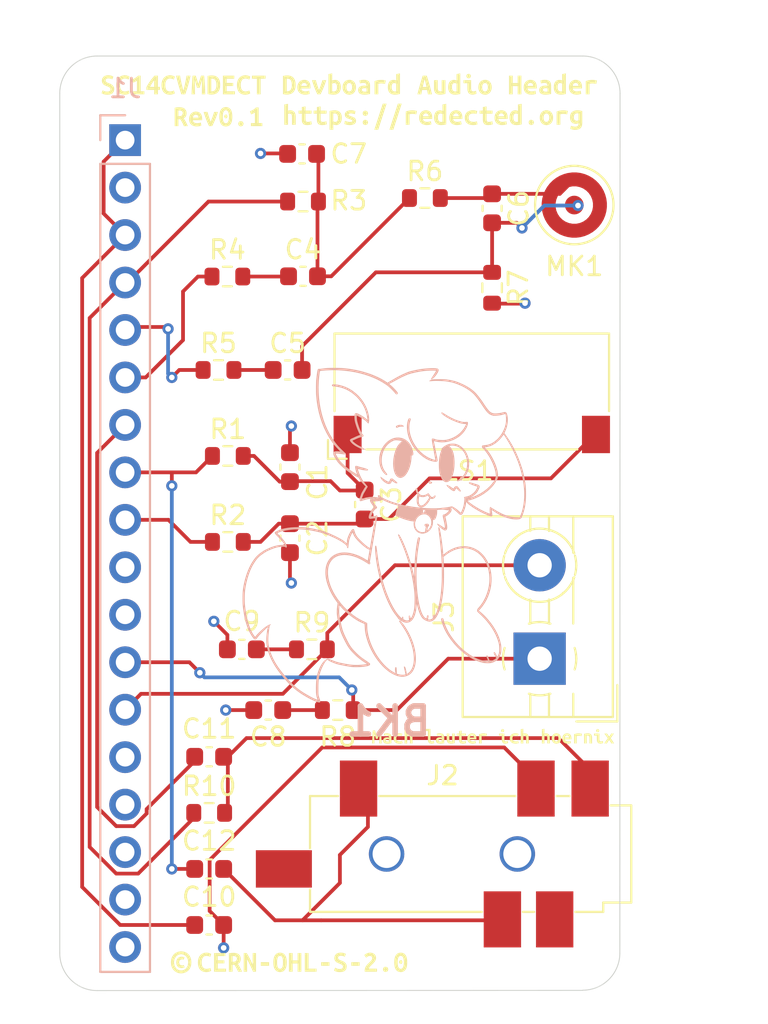
<source format=kicad_pcb>
(kicad_pcb (version 20240108) (generator "pcbnew") (generator_version "8.0")
  (title_block (title "SC14CVMDECT Devboard Audio Header") (rev "Rev0.1"))
  (layers (0 "F.Cu" signal) (1 "In1.Cu" power) (2 "In2.Cu" power) (31 "B.Cu" signal) (34 "B.Paste" user) (35 "F.Paste" user) (36 "B.SilkS" user "B.Silkscreen") (37 "F.SilkS" user "F.Silkscreen") (38 "B.Mask" user) (39 "F.Mask" user) (44 "Edge.Cuts" user))
  (net 0 "")
  (net 1 "Net-(C1-Pad2)")
  (net 2 "GND")
  (net 3 "Net-(C2-Pad2)")
  (net 4 "Net-(C4-Pad2)")
  (net 5 "Net-(C4-Pad1)")
  (net 6 "Net-(MK1-+)")
  (net 7 "Net-(C5-Pad1)")
  (net 8 "Net-(MK1--)")
  (net 11 "VCC")
  (net 12 "Net-(J1-Pin_9)")
  (net 15 "Net-(J1-Pin_8)")
  (net 17 "Net-(J1-Pin_6)")
  (net 20 "Net-(J1-Pin_5)")
  (net 21 "Net-(J1-Pin_4)")
  (net 22 "Net-(C8-Pad1)")
  (net 23 "Net-(C9-Pad2)")
  (net 24 "Net-(J1-Pin_7)")
  (net 25 "/Mic")
  (net 26 "/Left")
  (net 27 "Net-(J1-Pin_13)")
  (net 28 "Net-(J1-Pin_12)")
  (footprint "Capacitor_SMD:C_0603_1608Metric" (layer "F.Cu") (at 145.325 100.8 90)
    (property "Reference" "C2" (at 0 1.475 90) (layer "F.SilkS"))
    (property "Value" "C")
    (pad "1" smd roundrect (at -0.775 0 90) (size 0.9 0.95) (layers "F.Cu" "F.Paste" "F.Mask") (net 2 "GND"))
    (pad "2" smd roundrect (at 0.775 0 90) (size 0.9 0.95) (layers "F.Cu" "F.Paste" "F.Mask") (net 3 "Net-(C2-Pad2)"))
  )
  (footprint "kibuzzard-67A72F6B" (layer "F.Cu") (at 139.5 123.5)
    (property "Reference" "kibuzzard-67A72F6B" (hide yes))
    (property "Value" "G***" (hide yes))
  )
  (footprint "Capacitor_SMD:C_0603_1608Metric" (layer "F.Cu") (at 145.325 97 -90)
    (property "Reference" "C1" (at 0.8 -1.475 90) (layer "F.SilkS"))
    (property "Value" "C")
    (pad "1" smd roundrect (at -0.775 0 270) (size 0.9 0.95) (layers "F.Cu" "F.Paste" "F.Mask") (net 2 "GND"))
    (pad "2" smd roundrect (at 0.775 0 270) (size 0.9 0.95) (layers "F.Cu" "F.Paste" "F.Mask") (net 1 "Net-(C1-Pad2)"))
  )
  (footprint "kibuzzard-67A72E30" (layer "F.Cu") (at 148.5 76.5)
    (property "Reference" "kibuzzard-67A72E30" (hide yes))
    (property "Value" "G***" (hide yes))
  )
  (footprint "kibuzzard-67ACE384" (layer "F.Cu") (at 156.2 111.4)
    (property "Reference" "kibuzzard-67ACE384" (hide yes))
    (property "Value" "G***" (hide yes))
  )
  (footprint "custom_footprints:Speaker_CUI_CMR-15062S-67" (layer "F.Cu") (at 155.06181 93.001213)
    (property "Reference" "LS1" (at -0.2 4.2 0) (layer "F.SilkS"))
    (property "Value" "Speaker")
    (pad "1" smd rect (at -6.65 2.25 180) (size 1.5 2) (layers "F.Cu" "F.Mask") (net 1 "Net-(C1-Pad2)"))
    (pad "2" smd rect (at 6.65 2.25 180) (size 1.5 2) (layers "F.Cu" "F.Mask") (net 3 "Net-(C2-Pad2)"))
  )
  (footprint "Resistor_SMD:R_0603_1608Metric" (layer "F.Cu") (at 146.025 82.787122)
    (property "Reference" "R3" (at 2.45 -0.05 0) (layer "F.SilkS"))
    (property "Value" "1K")
    (pad "1" smd roundrect (at -0.825 0) (size 0.8 0.95) (layers "F.Cu" "F.Paste" "F.Mask") (net 21 "Net-(J1-Pin_4)"))
    (pad "2" smd roundrect (at 0.825 0) (size 0.8 0.95) (layers "F.Cu" "F.Paste" "F.Mask") (net 4 "Net-(C4-Pad2)"))
  )
  (footprint "Resistor_SMD:R_0603_1608Metric" (layer "F.Cu") (at 152.55 82.6)
    (property "Reference" "R6" (at 0 -1.43 0) (layer "F.SilkS"))
    (property "Value" "10R")
    (pad "1" smd roundrect (at -0.825 0) (size 0.8 0.95) (layers "F.Cu" "F.Paste" "F.Mask") (net 4 "Net-(C4-Pad2)"))
    (pad "2" smd roundrect (at 0.825 0) (size 0.8 0.95) (layers "F.Cu" "F.Paste" "F.Mask") (net 8 "Net-(MK1--)"))
  )
  (footprint "kibuzzard-67A7302E" (layer "F.Cu") (at 141.5 78.25)
    (property "Reference" "kibuzzard-67A7302E" (hide yes))
    (property "Value" "G***" (hide yes))
  )
  (footprint "TerminalBlock:TerminalBlock_MaiXu_MX126-5.0-02P_1x02_P5.00mm" (layer "F.Cu") (at 158.695 107.25 90)
    (property "Reference" "J3" (at 2.25 -5.12 90) (layer "F.SilkS"))
    (property "Value" "Screw_Terminal_01x02")
    (pad "1" thru_hole rect (at 0 0 90) (size 2.8 2.8) (drill 1.3) (layers "*.Cu" "*.Mask") (net 28 "Net-(J1-Pin_12)"))
    (pad "2" thru_hole circle (at 5 0 90) (size 2.8 2.8) (drill 1.3) (layers "*.Cu" "*.Mask") (net 27 "Net-(J1-Pin_13)"))
  )
  (footprint "Resistor_SMD:R_0603_1608Metric" (layer "F.Cu") (at 147.8875 110 180)
    (property "Reference" "R8" (at 0 -1.43 0) (layer "F.SilkS"))
    (property "Value" "1R")
    (pad "1" smd roundrect (at -0.825 0 180) (size 0.8 0.95) (layers "F.Cu" "F.Paste" "F.Mask") (net 28 "Net-(J1-Pin_12)"))
    (pad "2" smd roundrect (at 0.825 0 180) (size 0.8 0.95) (layers "F.Cu" "F.Paste" "F.Mask") (net 22 "Net-(C8-Pad1)"))
  )
  (footprint "Capacitor_SMD:C_0603_1608Metric" (layer "F.Cu") (at 141 112.5)
    (property "Reference" "C11" (at 0 -1.5 0) (layer "F.SilkS"))
    (property "Value" "0U1")
    (pad "1" smd roundrect (at -0.775 0) (size 0.9 0.95) (layers "F.Cu" "F.Paste" "F.Mask") (net 24 "Net-(J1-Pin_7)"))
    (pad "2" smd roundrect (at 0.775 0) (size 0.9 0.95) (layers "F.Cu" "F.Paste" "F.Mask") (net 25 "/Mic"))
  )
  (footprint "Capacitor_SMD:C_0603_1608Metric" (layer "F.Cu") (at 141 121.5)
    (property "Reference" "C10" (at 0 -1.5 0) (layer "F.SilkS"))
    (property "Value" "1U")
    (pad "1" smd roundrect (at -0.775 0) (size 0.9 0.95) (layers "F.Cu" "F.Paste" "F.Mask") (net 11 "VCC"))
    (pad "2" smd roundrect (at 0.775 0) (size 0.9 0.95) (layers "F.Cu" "F.Paste" "F.Mask") (net 2 "GND"))
  )
  (footprint "Capacitor_SMD:C_0603_1608Metric" (layer "F.Cu") (at 149.325 99 -90)
    (property "Reference" "C3" (at 0 -1.43 90) (layer "F.SilkS"))
    (property "Value" "C")
    (pad "1" smd roundrect (at -0.775 0 270) (size 0.9 0.95) (layers "F.Cu" "F.Paste" "F.Mask") (net 1 "Net-(C1-Pad2)"))
    (pad "2" smd roundrect (at 0.775 0 270) (size 0.9 0.95) (layers "F.Cu" "F.Paste" "F.Mask") (net 3 "Net-(C2-Pad2)"))
  )
  (footprint "kibuzzard-67A72F83" (layer "F.Cu") (at 153 78.25)
    (property "Reference" "kibuzzard-67A72F83" (hide yes))
    (property "Value" "G***" (hide yes))
  )
  (footprint "Resistor_SMD:R_0603_1608Metric" (layer "F.Cu") (at 156.15 87.4 90)
    (property "Reference" "R7" (at 0 1.4 90) (layer "F.SilkS"))
    (property "Value" "1K")
    (pad "1" smd roundrect (at -0.825 0 90) (size 0.8 0.95) (layers "F.Cu" "F.Paste" "F.Mask") (net 2 "GND"))
    (pad "2" smd roundrect (at 0.825 0 90) (size 0.8 0.95) (layers "F.Cu" "F.Paste" "F.Mask") (net 6 "Net-(MK1-+)"))
  )
  (footprint "Resistor_SMD:R_0603_1608Metric" (layer "F.Cu") (at 142 101)
    (property "Reference" "R2" (at 0 -1.43 0) (layer "F.SilkS"))
    (property "Value" "0R")
    (pad "1" smd roundrect (at -0.825 0) (size 0.8 0.95) (layers "F.Cu" "F.Paste" "F.Mask") (net 12 "Net-(J1-Pin_9)"))
    (pad "2" smd roundrect (at 0.825 0) (size 0.8 0.95) (layers "F.Cu" "F.Paste" "F.Mask") (net 3 "Net-(C2-Pad2)"))
  )
  (footprint "Capacitor_SMD:C_0603_1608Metric" (layer "F.Cu") (at 141 118.5 180)
    (property "Reference" "C12" (at 0 1.5 0) (layer "F.SilkS"))
    (property "Value" "1N")
    (pad "1" smd roundrect (at -0.775 0 180) (size 0.9 0.95) (layers "F.Cu" "F.Paste" "F.Mask") (net 26 "/Left"))
    (pad "2" smd roundrect (at 0.775 0 180) (size 0.9 0.95) (layers "F.Cu" "F.Paste" "F.Mask") (net 15 "Net-(J1-Pin_8)"))
  )
  (footprint "custom_footprints:Jack_3.5mm_CUI_SJ-4351X-SMT_Horizontal" (layer "F.Cu") (at 153.45 117.7 180)
    (property "Reference" "J2" (at -0.05 4.2 0) (layer "F.SilkS"))
    (property "Value" "AudioJack4")
    (pad "" np_thru_hole circle (at -4.05 0 180) (size 1.9 1.9) (drill 1.5) (layers "F&B.Cu" "*.Mask"))
    (pad "" np_thru_hole circle (at 2.95 0 180) (size 1.9 1.9) (drill 1.5) (layers "F&B.Cu" "*.Mask"))
    (pad "R1" smd rect (at -3.25 -3.5 180) (size 2 3) (layers "F.Cu" "F.Paste" "F.Mask") (net 26 "/Left"))
    (pad "R2" smd rect (at -5.05 3.5 180) (size 2 3) (layers "F.Cu" "F.Paste" "F.Mask") (net 2 "GND"))
    (pad "RS" smd rect (at -6.05 -3.5 180) (size 2 3) (layers "F.Cu" "F.Paste" "F.Mask"))
    (pad "S" smd rect (at -7.95 3.5 180) (size 2 3) (layers "F.Cu" "F.Paste" "F.Mask") (net 25 "/Mic"))
    (pad "T" smd rect (at 4.45 3.5 180) (size 2 3) (layers "F.Cu" "F.Paste" "F.Mask") (net 26 "/Left"))
    (pad "TS" smd rect (at 8.45 -0.8 270) (size 2 3) (layers "F.Cu" "F.Paste" "F.Mask"))
  )
  (footprint "Resistor_SMD:R_0603_1608Metric" (layer "F.Cu") (at 141 115.5)
    (property "Reference" "R10" (at 0 -1.43 0) (layer "F.SilkS"))
    (property "Value" "1K")
    (pad "1" smd roundrect (at -0.825 0) (size 0.8 0.95) (layers "F.Cu" "F.Paste" "F.Mask") (net 21 "Net-(J1-Pin_4)"))
    (pad "2" smd roundrect (at 0.825 0) (size 0.8 0.95) (layers "F.Cu" "F.Paste" "F.Mask") (net 25 "/Mic"))
  )
  (footprint "Capacitor_SMD:C_0603_1608Metric" (layer "F.Cu") (at 145.975 80.237122 180)
    (property "Reference" "C7" (at -2.5 0 0) (layer "F.SilkS"))
    (property "Value" "C")
    (pad "1" smd roundrect (at -0.775 0 180) (size 0.9 0.95) (layers "F.Cu" "F.Paste" "F.Mask") (net 4 "Net-(C4-Pad2)"))
    (pad "2" smd roundrect (at 0.775 0 180) (size 0.9 0.95) (layers "F.Cu" "F.Paste" "F.Mask") (net 2 "GND"))
  )
  (footprint "Capacitor_SMD:C_0603_1608Metric" (layer "F.Cu") (at 145.2 91.8)
    (property "Reference" "C5" (at 0 -1.43 0) (layer "F.SilkS"))
    (property "Value" "0U1")
    (pad "1" smd roundrect (at -0.775 0) (size 0.9 0.95) (layers "F.Cu" "F.Paste" "F.Mask") (net 7 "Net-(C5-Pad1)"))
    (pad "2" smd roundrect (at 0.775 0) (size 0.9 0.95) (layers "F.Cu" "F.Paste" "F.Mask") (net 6 "Net-(MK1-+)"))
  )
  (footprint "Resistor_SMD:R_0603_1608Metric" (layer "F.Cu") (at 141.975 86.8)
    (property "Reference" "R4" (at 0 -1.43 0) (layer "F.SilkS"))
    (property "Value" "0R")
    (pad "1" smd roundrect (at -0.825 0) (size 0.8 0.95) (layers "F.Cu" "F.Paste" "F.Mask") (net 17 "Net-(J1-Pin_6)"))
    (pad "2" smd roundrect (at 0.825 0) (size 0.8 0.95) (layers "F.Cu" "F.Paste" "F.Mask") (net 5 "Net-(C4-Pad1)"))
  )
  (footprint "Capacitor_SMD:C_0603_1608Metric" (layer "F.Cu") (at 142.75 106.75)
    (property "Reference" "C9" (at 0 -1.5 0) (layer "F.SilkS"))
    (property "Value" "1N")
    (pad "1" smd roundrect (at -0.775 0) (size 0.9 0.95) (layers "F.Cu" "F.Paste" "F.Mask") (net 2 "GND"))
    (pad "2" smd roundrect (at 0.775 0) (size 0.9 0.95) (layers "F.Cu" "F.Paste" "F.Mask") (net 23 "Net-(C9-Pad2)"))
  )
  (footprint "kibuzzard-67A72F64" (layer "F.Cu") (at 146 123.5)
    (property "Reference" "kibuzzard-67A72F64" (hide yes))
    (property "Value" "G***" (hide yes))
  )
  (footprint "Capacitor_SMD:C_0603_1608Metric" (layer "F.Cu") (at 146.025 86.787122)
    (property "Reference" "C4" (at 0 -1.43 0) (layer "F.SilkS"))
    (property "Value" "0U1")
    (pad "1" smd roundrect (at -0.775 0) (size 0.9 0.95) (layers "F.Cu" "F.Paste" "F.Mask") (net 5 "Net-(C4-Pad1)"))
    (pad "2" smd roundrect (at 0.775 0) (size 0.9 0.95) (layers "F.Cu" "F.Paste" "F.Mask") (net 4 "Net-(C4-Pad2)"))
  )
  (footprint "Sensor_Audio:CUI_CMC-4013-SMT" (layer "F.Cu") (at 160.55 82.975)
    (property "Reference" "MK1" (at 0 3.275 0) (layer "F.SilkS"))
    (property "Value" "Microphone")
    (pad "1" smd custom (at 0 -1.375) (size 0.75 0.75) (layers "F.Cu" "F.Paste" "F.Mask") (net 8 "Net-(MK1--)") (options (clearance outline) (anchor circle)) (primitives (gr_circle (center 0 1.375) (end 1.375 1.375) (width 0.75) (fill no))))
    (pad "2" smd circle (at 0 0) (size 1 1) (layers "F.Cu" "F.Paste" "F.Mask") (net 6 "Net-(MK1-+)"))
  )
  (footprint "Capacitor_SMD:C_0603_1608Metric" (layer "F.Cu") (at 144.1625 110 180)
    (property "Reference" "C8" (at 0 -1.43 0) (layer "F.SilkS"))
    (property "Value" "1N")
    (pad "1" smd roundrect (at -0.775 0 180) (size 0.9 0.95) (layers "F.Cu" "F.Paste" "F.Mask") (net 22 "Net-(C8-Pad1)"))
    (pad "2" smd roundrect (at 0.775 0 180) (size 0.9 0.95) (layers "F.Cu" "F.Paste" "F.Mask") (net 2 "GND"))
  )
  (footprint "Resistor_SMD:R_0603_1608Metric" (layer "F.Cu") (at 141.5 91.8)
    (property "Reference" "R5" (at 0 -1.43 0) (layer "F.SilkS"))
    (property "Value" "0R")
    (pad "1" smd roundrect (at -0.825 0) (size 0.8 0.95) (layers "F.Cu" "F.Paste" "F.Mask") (net 20 "Net-(J1-Pin_5)"))
    (pad "2" smd roundrect (at 0.825 0) (size 0.8 0.95) (layers "F.Cu" "F.Paste" "F.Mask") (net 7 "Net-(C5-Pad1)"))
  )
  (footprint "Resistor_SMD:R_0603_1608Metric" (layer "F.Cu") (at 142 96.4)
    (property "Reference" "R1" (at 0 -1.43 0) (layer "F.SilkS"))
    (property "Value" "0R")
    (pad "1" smd roundrect (at -0.825 0) (size 0.8 0.95) (layers "F.Cu" "F.Paste" "F.Mask") (net 15 "Net-(J1-Pin_8)"))
    (pad "2" smd roundrect (at 0.825 0) (size 0.8 0.95) (layers "F.Cu" "F.Paste" "F.Mask") (net 1 "Net-(C1-Pad2)"))
  )
  (footprint "Capacitor_SMD:C_0603_1608Metric" (layer "F.Cu") (at 156.15 83.15 -90)
    (property "Reference" "C6" (at 0 -1.43 90) (layer "F.SilkS"))
    (property "Value" "C")
    (pad "1" smd roundrect (at -0.775 0 270) (size 0.9 0.95) (layers "F.Cu" "F.Paste" "F.Mask") (net 8 "Net-(MK1--)"))
    (pad "2" smd roundrect (at 0.775 0 270) (size 0.9 0.95) (layers "F.Cu" "F.Paste" "F.Mask") (net 6 "Net-(MK1-+)"))
  )
  (footprint "Resistor_SMD:R_0603_1608Metric" (layer "F.Cu") (at 146.5 106.75)
    (property "Reference" "R9" (at 0 -1.43 0) (layer "F.SilkS"))
    (property "Value" "1R")
    (pad "1" smd roundrect (at -0.825 0) (size 0.8 0.95) (layers "F.Cu" "F.Paste" "F.Mask") (net 23 "Net-(C9-Pad2)"))
    (pad "2" smd roundrect (at 0.825 0) (size 0.8 0.95) (layers "F.Cu" "F.Paste" "F.Mask") (net 27 "Net-(J1-Pin_13)"))
  )
  (footprint "Connector_PinSocket_2.54mm:PinSocket_1x18_P2.54mm_Vertical" (layer "B.Cu") (at 136.5 79.5 180)
    (property "Reference" "J1" (at 0 2.77 0) (layer "B.SilkS") (effects (justify mirror)))
    (property "Value" "Conn_01x18")
    (pad "1" thru_hole rect (at 0 0 180) (size 1.7 1.7) (drill 1) (layers "*.Cu" "*.Mask") (net 11 "VCC"))
    (pad "2" thru_hole oval (at 0 -2.54 180) (size 1.7 1.7) (drill 1) (layers "*.Cu" "*.Mask") (net 2 "GND"))
    (pad "3" thru_hole oval (at 0 -5.08 180) (size 1.7 1.7) (drill 1) (layers "*.Cu" "*.Mask") (net 11 "VCC"))
    (pad "4" thru_hole oval (at 0 -7.62 180) (size 1.7 1.7) (drill 1) (layers "*.Cu" "*.Mask") (net 21 "Net-(J1-Pin_4)"))
    (pad "5" thru_hole oval (at 0 -10.16 180) (size 1.7 1.7) (drill 1) (layers "*.Cu" "*.Mask") (net 20 "Net-(J1-Pin_5)"))
    (pad "6" thru_hole oval (at 0 -12.7 180) (size 1.7 1.7) (drill 1) (layers "*.Cu" "*.Mask") (net 17 "Net-(J1-Pin_6)"))
    (pad "7" thru_hole oval (at 0 -15.24 180) (size 1.7 1.7) (drill 1) (layers "*.Cu" "*.Mask") (net 24 "Net-(J1-Pin_7)"))
    (pad "8" thru_hole oval (at 0 -17.78 180) (size 1.7 1.7) (drill 1) (layers "*.Cu" "*.Mask") (net 15 "Net-(J1-Pin_8)"))
    (pad "9" thru_hole oval (at 0 -20.32 180) (size 1.7 1.7) (drill 1) (layers "*.Cu" "*.Mask") (net 12 "Net-(J1-Pin_9)"))
    (pad "10" thru_hole oval (at 0 -22.86 180) (size 1.7 1.7) (drill 1) (layers "*.Cu" "*.Mask"))
    (pad "11" thru_hole oval (at 0 -25.4 180) (size 1.7 1.7) (drill 1) (layers "*.Cu" "*.Mask"))
    (pad "12" thru_hole oval (at 0 -27.94 180) (size 1.7 1.7) (drill 1) (layers "*.Cu" "*.Mask") (net 28 "Net-(J1-Pin_12)"))
    (pad "13" thru_hole oval (at 0 -30.48 180) (size 1.7 1.7) (drill 1) (layers "*.Cu" "*.Mask") (net 27 "Net-(J1-Pin_13)"))
    (pad "14" thru_hole oval (at 0 -33.02 180) (size 1.7 1.7) (drill 1) (layers "*.Cu" "*.Mask"))
    (pad "15" thru_hole oval (at 0 -35.56 180) (size 1.7 1.7) (drill 1) (layers "*.Cu" "*.Mask"))
    (pad "16" thru_hole oval (at 0 -38.1 180) (size 1.7 1.7) (drill 1) (layers "*.Cu" "*.Mask"))
    (pad "17" thru_hole oval (at 0 -40.64 180) (size 1.7 1.7) (drill 1) (layers "*.Cu" "*.Mask"))
    (pad "18" thru_hole oval (at 0 -43.18 180) (size 1.7 1.7) (drill 1) (layers "*.Cu" "*.Mask"))
  )
  (footprint "LOGO" (layer "B.Cu") (at 150.4 99.8 180)
    (property "Reference" "BK1" (at -0.2 -10.8 0) (layer "B.SilkS") (effects (font (size 1.5 1.5) (thickness 0.3)) (justify mirror)))
    (property "Value" "LOGO" (hide yes))
  )
  (gr_line (start 133 77) (end 133 123.009926) (stroke (width 0.05)) (layer "Edge.Cuts"))
  (gr_arc (start 162.990073 123.009926) (mid 162.403698 124.410717) (end 161 124.990098) (stroke (width 0.05)) (layer "Edge.Cuts"))
  (gr_line (start 161 75) (end 135 75) (stroke (width 0.05)) (layer "Edge.Cuts"))
  (gr_line (start 162.990074 123.009926) (end 163 77) (stroke (width 0.05)) (layer "Edge.Cuts"))
  (gr_arc (start 133 77) (mid 133.585786 75.585786) (end 135 75) (stroke (width 0.05)) (layer "Edge.Cuts"))
  (gr_line (start 135 125.009926) (end 161 125) (stroke (width 0.05)) (layer "Edge.Cuts"))
  (gr_arc (start 161 75) (mid 162.414214 75.585786) (end 163 77) (stroke (width 0.05)) (layer "Edge.Cuts"))
  (gr_arc (start 135 125.009926) (mid 133.585786 124.42414) (end 133 123.009926) (stroke (width 0.05)) (layer "Edge.Cuts"))
  (segment (start 142.825 96.4) (end 143.4 96.4) (width 0.2) (layer "F.Cu") (net 1))
  (segment (start 148 98.25) (end 149.3 98.25) (width 0.2) (layer "F.Cu") (net 1))
  (segment (start 145.35 97.75) (end 147.5 97.75) (width 0.2) (layer "F.Cu") (net 1))
  (segment (start 149.325 98.225) (end 148.41181 97.31181) (width 0.2) (layer "F.Cu") (net 1))
  (segment (start 145.325 97.775) (end 145.35 97.75) (width 0.2) (layer "F.Cu") (net 1))
  (segment (start 144.775 97.775) (end 145.325 97.775) (width 0.2) (layer "F.Cu") (net 1))
  (segment (start 143.4 96.4) (end 144.775 97.775) (width 0.2) (layer "F.Cu") (net 1))
  (segment (start 149.3 98.25) (end 149.325 98.225) (width 0.2) (layer "F.Cu") (net 1))
  (segment (start 147.5 97.75) (end 148 98.25) (width 0.2) (layer "F.Cu") (net 1))
  (segment (start 148.41181 97.31181) (end 148.41181 95.301213) (width 0.2) (layer "F.Cu") (net 1))
  (segment (start 156.8 112) (end 159 114.2) (width 0.2) (layer "F.Cu") (net 2))
  (segment (start 141.975 106.75) (end 141.975 105.975) (width 0.2) (layer "F.Cu") (net 2))
  (segment (start 156.1125 88.25) (end 157.8875 88.25) (width 0.2) (layer "F.Cu") (net 2))
  (segment (start 141.775 121.5) (end 141.025 120.75) (width 0.2) (layer "F.Cu") (net 2))
  (segment (start 141.975 105.975) (end 141.25 105.25) (width 0.2) (layer "F.Cu") (net 2))
  (segment (start 143.3875 110) (end 141.8875 110) (width 0.2) (layer "F.Cu") (net 2))
  (segment (start 145.325 94.875) (end 145.4 94.8) (width 0.2) (layer "F.Cu") (net 2))
  (segment (start 145.325 103.125) (end 145.4 103.2) (width 0.2) (layer "F.Cu") (net 2))
  (segment (start 141.025 120.75) (end 141.025 118.026304) (width 0.2) (layer "F.Cu") (net 2))
  (segment (start 141.025 118.026304) (end 147.051304 112) (width 0.2) (layer "F.Cu") (net 2))
  (segment (start 141.775 122.725) (end 141.775 121.5) (width 0.2) (layer "F.Cu") (net 2))
  (segment (start 145.175 80.212122) (end 145.2 80.237122) (width 0.2) (layer "F.Cu") (net 2))
  (segment (start 145.325 101.575) (end 145.325 103.125) (width 0.2) (layer "F.Cu") (net 2))
  (segment (start 157.8875 88.25) (end 157.9125 88.225) (width 0.2) (layer "F.Cu") (net 2))
  (segment (start 145.325 96.225) (end 145.325 94.875) (width 0.2) (layer "F.Cu") (net 2))
  (segment (start 147.051304 112) (end 156.8 112) (width 0.2) (layer "F.Cu") (net 2))
  (segment (start 143.75 80.212122) (end 145.175 80.212122) (width 0.2) (layer "F.Cu") (net 2))
  (via (at 143.75 80.212122) (size 0.6) (drill 0.3) (layers "F.Cu" "B.Cu") (net 2))
  (via (at 141.25 105.25) (size 0.6) (drill 0.3) (layers "F.Cu" "B.Cu") (net 2))
  (via (at 141.775 122.725) (size 0.6) (drill 0.3) (layers "F.Cu" "B.Cu") (net 2))
  (via (at 157.9125 88.225) (size 0.6) (drill 0.3) (layers "F.Cu" "B.Cu") (net 2))
  (via (at 141.8875 110) (size 0.6) (drill 0.3) (layers "F.Cu" "B.Cu") (net 2))
  (via (at 145.4 94.8) (size 0.6) (drill 0.3) (layers "F.Cu" "B.Cu") (net 2))
  (via (at 145.4 103.2) (size 0.6) (drill 0.3) (layers "F.Cu" "B.Cu") (net 2))
  (segment (start 149.325 99.775) (end 149.35 99.75) (width 0.2) (layer "F.Cu") (net 3))
  (segment (start 144.725 100.025) (end 145.325 100.025) (width 0.2) (layer "F.Cu") (net 3))
  (segment (start 149.075 100.025) (end 149.325 99.775) (width 0.2) (layer "F.Cu") (net 3))
  (segment (start 149.325 99.775) (end 150.625 99.775) (width 0.2) (layer "F.Cu") (net 3))
  (segment (start 150.625 99.775) (end 152.8 97.6) (width 0.2) (layer "F.Cu") (net 3))
  (segment (start 159.3 97.6) (end 161.4 95.5) (width 0.2) (layer "F.Cu") (net 3))
  (segment (start 145.325 100.025) (end 149.075 100.025) (width 0.2) (layer "F.Cu") (net 3))
  (segment (start 143 101) (end 143.75 101) (width 0.2) (layer "F.Cu") (net 3))
  (segment (start 152.8 97.6) (end 159.3 97.6) (width 0.2) (layer "F.Cu") (net 3))
  (segment (start 143.75 101) (end 144.725 100.025) (width 0.2) (layer "F.Cu") (net 3))
  (segment (start 146.85 82.787122) (end 146.85 82.812122) (width 0.2) (layer "F.Cu") (net 4))
  (segment (start 147.537878 86.787122) (end 151.725 82.6) (width 0.2) (layer "F.Cu") (net 4))
  (segment (start 146.8 86.787122) (end 146.8 86.737122) (width 0.2) (layer "F.Cu") (net 4))
  (segment (start 146.8 86.787122) (end 147.537878 86.787122) (width 0.2) (layer "F.Cu") (net 4))
  (segment (start 146.85 82.787122) (end 146.85 80.012122) (width 0.2) (layer "F.Cu") (net 4))
  (segment (start 146.8 82.862122) (end 146.8 86.787122) (width 0.2) (layer "F.Cu") (net 4))
  (segment (start 146.85 82.812122) (end 146.8 82.862122) (width 0.2) (layer "F.Cu") (net 4))
  (segment (start 145.25 86.787122) (end 145.237122 86.8) (width 0.2) (layer "F.Cu") (net 5))
  (segment (start 145.237122 86.8) (end 142.8 86.8) (width 0.2) (layer "F.Cu") (net 5))
  (segment (start 157.475 83.925) (end 157.75 84.2) (width 0.2) (layer "F.Cu") (net 6))
  (segment (start 145.975 91.8) (end 145.975 90.525) (width 0.2) (layer "F.Cu") (net 6))
  (segment (start 156.15 83.925) (end 157.475 83.925) (width 0.2) (layer "F.Cu") (net 6))
  (segment (start 145.975 90.525) (end 149.925 86.575) (width 0.2) (layer "F.Cu") (net 6))
  (segment (start 149.925 86.575) (end 156.15 86.575) (width 0.2) (layer "F.Cu") (net 6))
  (segment (start 156.15 83.925) (end 156.15 86.575) (width 0.2) (layer "F.Cu") (net 6))
  (via (at 160.75 83) (size 0.6) (drill 0.3) (layers "F.Cu" "B.Cu") (net 6))
  (via (at 157.75 84.2) (size 0.6) (drill 0.3) (layers "F.Cu" "B.Cu") (net 6))
  (segment (start 158.95 83) (end 160.75 83) (width 0.2) (layer "B.Cu") (net 6))
  (segment (start 157.75 84.2) (end 158.95 83) (width 0.2) (layer "B.Cu") (net 6))
  (segment (start 142.515 91.8) (end 144.425 91.8) (width 0.2) (layer "F.Cu") (net 7))
  (segment (start 159.775 82.375) (end 160.55 81.6) (width 0.2) (layer "F.Cu") (net 8))
  (segment (start 155.925 82.6) (end 156.15 82.375) (width 0.2) (layer "F.Cu") (net 8))
  (segment (start 153.375 82.6) (end 155.925 82.6) (width 0.2) (layer "F.Cu") (net 8))
  (segment (start 156.15 82.375) (end 159.775 82.375) (width 0.2) (layer "F.Cu") (net 8))
  (segment (start 135.35 80.65) (end 136.5 79.5) (width 0.2) (layer "F.Cu") (net 11))
  (segment (start 136.233654 121.5) (end 134.2 119.466346) (width 0.2) (layer "F.Cu") (net 11))
  (segment (start 136.5 84.58) (end 135.35 83.43) (width 0.2) (layer "F.Cu") (net 11))
  (segment (start 134.2 86.88) (end 136.5 84.58) (width 0.2) (layer "F.Cu") (net 11))
  (segment (start 135.35 83.43) (end 135.35 80.65) (width 0.2) (layer "F.Cu") (net 11))
  (segment (start 140.225 121.5) (end 136.233654 121.5) (width 0.2) (layer "F.Cu") (net 11))
  (segment (start 134.2 119.466346) (end 134.2 86.88) (width 0.2) (layer "F.Cu") (net 11))
  (segment (start 138.82 99.82) (end 136.925 99.82) (width 0.2) (layer "F.Cu") (net 12))
  (segment (start 140 101) (end 138.82 99.82) (width 0.2) (layer "F.Cu") (net 12))
  (segment (start 141.175 101) (end 140 101) (width 0.2) (layer "F.Cu") (net 12))
  (segment (start 136.925 99.82) (end 136.325 99.22) (width 0.2) (layer "F.Cu") (net 12))
  (segment (start 140.225 118.5) (end 139 118.5) (width 0.2) (layer "F.Cu") (net 15))
  (segment (start 141.175 96.4) (end 140.295 97.28) (width 0.2) (layer "F.Cu") (net 15))
  (segment (start 136.925 97.28) (end 136.325 96.68) (width 0.2) (layer "F.Cu") (net 15))
  (segment (start 139 98) (end 139 97.28) (width 0.2) (layer "F.Cu") (net 15))
  (segment (start 139 97.28) (end 136.925 97.28) (width 0.2) (layer "F.Cu") (net 15))
  (segment (start 140.295 97.28) (end 139 97.28) (width 0.2) (layer "F.Cu") (net 15))
  (via (at 139 118.5) (size 0.6) (drill 0.3) (layers "F.Cu" "B.Cu") (net 15))
  (via (at 139 98) (size 0.6) (drill 0.3) (layers "F.Cu" "B.Cu") (net 15))
  (segment (start 139 118.5) (end 139 98) (width 0.2) (layer "B.Cu") (net 15))
  (segment (start 139.6 90.2) (end 139.6 87.6) (width 0.2) (layer "F.Cu") (net 17))
  (segment (start 136.925 92.2) (end 137.6 92.2) (width 0.2) (layer "F.Cu") (net 17))
  (segment (start 140.4 86.8) (end 141.15 86.8) (width 0.2) (layer "F.Cu") (net 17))
  (segment (start 136.325 91.6) (end 136.925 92.2) (width 0.2) (layer "F.Cu") (net 17))
  (segment (start 137.6 92.2) (end 139.6 90.2) (width 0.2) (layer "F.Cu") (net 17))
  (segment (start 139.6 87.6) (end 140.4 86.8) (width 0.2) (layer "F.Cu") (net 17))
  (segment (start 136.765 89.5) (end 138.7 89.5) (width 0.2) (layer "F.Cu") (net 20))
  (segment (start 139 92.2) (end 139.4 91.8) (width 0.2) (layer "F.Cu") (net 20))
  (segment (start 138.7 89.5) (end 138.8 89.6) (width 0.2) (layer "F.Cu") (net 20))
  (segment (start 139.4 91.8) (end 140.675 91.8) (width 0.2) (layer "F.Cu") (net 20))
  (segment (start 136.325 89.06) (end 136.765 89.5) (width 0.2) (layer "F.Cu") (net 20))
  (via (at 139 92.2) (size 0.6) (drill 0.3) (layers "F.Cu" "B.Cu") (net 20))
  (via (at 138.8 89.6) (size 0.6) (drill 0.3) (layers "F.Cu" "B.Cu") (net 20))
  (segment (start 138.8 89.6) (end 138.8 92) (width 0.2) (layer "B.Cu") (net 20))
  (segment (start 138.8 92) (end 139 92.2) (width 0.2) (layer "B.Cu") (net 20))
  (segment (start 136.5 87.12) (end 136.63 87.12) (width 0.2) (layer "F.Cu") (net 21))
  (segment (start 136.023654 118.75) (end 134.6 117.326346) (width 0.2) (layer "F.Cu") (net 21))
  (segment (start 136.63 87.12) (end 140.962878 82.787122) (width 0.2) (layer "F.Cu") (net 21))
  (segment (start 137.198696 118.75) (end 140.175 115.773696) (width 0.2) (layer "F.Cu") (net 21))
  (segment (start 134.6 117.326346) (end 134.6 89.02) (width 0.2) (layer "F.Cu") (net 21))
  (segment (start 134.6 89.02) (end 136.5 87.12) (width 0.2) (layer "F.Cu") (net 21))
  (segment (start 140.175 115.773696) (end 140.175 115.5) (width 0.2) (layer "F.Cu") (net 21))
  (segment (start 140.962878 82.787122) (end 145.2 82.787122) (width 0.2) (layer "F.Cu") (net 21))
  (segment (start 137.198696 118.75) (end 136.023654 118.75) (width 0.2) (layer "F.Cu") (net 21))
  (segment (start 147.25 110) (end 147.325 110.075) (width 0.2) (layer "F.Cu") (net 22))
  (segment (start 144.9375 110) (end 147.0625 110) (width 0.2) (layer "F.Cu") (net 22))
  (segment (start 143.525 106.75) (end 145.675 106.75) (width 0.2) (layer "F.Cu") (net 23))
  (segment (start 136.023654 116.21) (end 135 115.186346) (width 0.2) (layer "F.Cu") (net 24))
  (segment (start 136.976346 116.21) (end 136.023654 116.21) (width 0.2) (layer "F.Cu") (net 24))
  (segment (start 137.65 115.3) (end 140.45 112.5) (width 0.2) (layer "F.Cu") (net 24))
  (segment (start 135 96.24) (end 136.5 94.74) (width 0.2) (layer "F.Cu") (net 24))
  (segment (start 135 115.186346) (end 135 96.24) (width 0.2) (layer "F.Cu") (net 24))
  (segment (start 137.65 115.536346) (end 136.976346 116.21) (width 0.2) (layer "F.Cu") (net 24))
  (segment (start 137.65 115.536346) (end 137.65 115.3) (width 0.2) (layer "F.Cu") (net 24))
  (segment (start 159.7 111.5) (end 161.9 113.7) (width 0.2) (layer "F.Cu") (net 25))
  (segment (start 141.825 115.5) (end 142 115.325) (width 0.2) (layer "F.Cu") (net 25))
  (segment (start 161.9 113.7) (end 161.9 114.2) (width 0.2) (layer "F.Cu") (net 25))
  (segment (start 142 115.325) (end 142 112.5) (width 0.2) (layer "F.Cu") (net 25))
  (segment (start 143 111.5) (end 159.7 111.5) (width 0.2) (layer "F.Cu") (net 25))
  (segment (start 142 112.5) (end 143 111.5) (width 0.2) (layer "F.Cu") (net 25))
  (segment (start 149.5 116.25) (end 148 117.75) (width 0.2) (layer "F.Cu") (net 26))
  (segment (start 148 117.75) (end 148 119.25) (width 0.2) (layer "F.Cu") (net 26))
  (segment (start 144.525 121.25) (end 141.775 118.5) (width 0.2) (layer "F.Cu") (net 26))
  (segment (start 148 119.25) (end 146 121.25) (width 0.2) (layer "F.Cu") (net 26))
  (segment (start 156.845 121.25) (end 147 121.25) (width 0.2) (layer "F.Cu") (net 26))
  (segment (start 147 121.25) (end 144.525 121.25) (width 0.2) (layer "F.Cu") (net 26))
  (segment (start 149.5 114.2) (end 149.5 116.25) (width 0.2) (layer "F.Cu") (net 26))
  (segment (start 147.325 105.875) (end 150.95 102.25) (width 0.2) (layer "F.Cu") (net 27))
  (segment (start 136.5 109.98) (end 137.35 109.13) (width 0.2) (layer "F.Cu") (net 27))
  (segment (start 137.35 109.13) (end 144.945 109.13) (width 0.2) (layer "F.Cu") (net 27))
  (segment (start 144.945 109.13) (end 147.325 106.75) (width 0.2) (layer "F.Cu") (net 27))
  (segment (start 150.95 102.25) (end 158.695 102.25) (width 0.2) (layer "F.Cu") (net 27))
  (segment (start 147.325 106.75) (end 147.325 105.875) (width 0.2) (layer "F.Cu") (net 27))
  (segment (start 148.7125 109) (end 148.7125 110) (width 0.2) (layer "F.Cu") (net 28))
  (segment (start 151.05 110) (end 153.8 107.25) (width 0.2) (layer "F.Cu") (net 28))
  (segment (start 148.7125 110) (end 151.05 110) (width 0.2) (layer "F.Cu") (net 28))
  (segment (start 153.8 107.25) (end 158.695 107.25) (width 0.2) (layer "F.Cu") (net 28))
  (segment (start 136.5 107.44) (end 139.94 107.44) (width 0.2) (layer "F.Cu") (net 28))
  (segment (start 148.6375 108.925) (end 148.7125 109) (width 0.2) (layer "F.Cu") (net 28))
  (segment (start 139.94 107.44) (end 140.5 108) (width 0.2) (layer "F.Cu") (net 28))
  (via (at 140.5 108) (size 0.6) (drill 0.3) (layers "F.Cu" "B.Cu") (net 28))
  (via (at 148.6375 108.925) (size 0.6) (drill 0.3) (layers "F.Cu" "B.Cu") (net 28))
  (segment (start 140.5 108) (end 140.75 108.25) (width 0.2) (layer "B.Cu") (net 28))
  (segment (start 140.75 108.25) (end 147.9625 108.25) (width 0.2) (layer "B.Cu") (net 28))
  (segment (start 147.9625 108.25) (end 148.6375 108.925) (width 0.2) (layer "B.Cu") (net 28))
)
</source>
